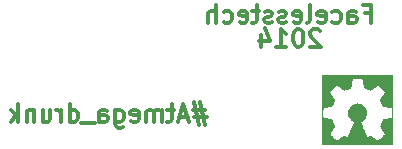
<source format=gbo>
G04 (created by PCBNEW (22-Jun-2014 BZR 4027)-stable) date Sat 20 Dec 2014 16:30:47 GMT*
%MOIN*%
G04 Gerber Fmt 3.4, Leading zero omitted, Abs format*
%FSLAX34Y34*%
G01*
G70*
G90*
G04 APERTURE LIST*
%ADD10C,0.00590551*%
%ADD11C,0.011811*%
%ADD12C,0.0001*%
G04 APERTURE END LIST*
G54D10*
G54D11*
X99733Y-43845D02*
X99312Y-43845D01*
X99565Y-43592D02*
X99733Y-44351D01*
X99368Y-44098D02*
X99790Y-44098D01*
X99537Y-44351D02*
X99368Y-43592D01*
X99143Y-44070D02*
X98862Y-44070D01*
X99199Y-44239D02*
X99002Y-43648D01*
X98805Y-44239D01*
X98693Y-43845D02*
X98468Y-43845D01*
X98609Y-43648D02*
X98609Y-44154D01*
X98580Y-44210D01*
X98524Y-44239D01*
X98468Y-44239D01*
X98271Y-44239D02*
X98271Y-43845D01*
X98271Y-43901D02*
X98243Y-43873D01*
X98187Y-43845D01*
X98102Y-43845D01*
X98046Y-43873D01*
X98018Y-43929D01*
X98018Y-44239D01*
X98018Y-43929D02*
X97990Y-43873D01*
X97934Y-43845D01*
X97849Y-43845D01*
X97793Y-43873D01*
X97765Y-43929D01*
X97765Y-44239D01*
X97259Y-44210D02*
X97315Y-44239D01*
X97428Y-44239D01*
X97484Y-44210D01*
X97512Y-44154D01*
X97512Y-43929D01*
X97484Y-43873D01*
X97428Y-43845D01*
X97315Y-43845D01*
X97259Y-43873D01*
X97231Y-43929D01*
X97231Y-43985D01*
X97512Y-44042D01*
X96724Y-43845D02*
X96724Y-44323D01*
X96753Y-44379D01*
X96781Y-44407D01*
X96837Y-44435D01*
X96921Y-44435D01*
X96978Y-44407D01*
X96724Y-44210D02*
X96781Y-44239D01*
X96893Y-44239D01*
X96949Y-44210D01*
X96978Y-44182D01*
X97006Y-44126D01*
X97006Y-43957D01*
X96978Y-43901D01*
X96949Y-43873D01*
X96893Y-43845D01*
X96781Y-43845D01*
X96724Y-43873D01*
X96190Y-44239D02*
X96190Y-43929D01*
X96218Y-43873D01*
X96275Y-43845D01*
X96387Y-43845D01*
X96443Y-43873D01*
X96190Y-44210D02*
X96246Y-44239D01*
X96387Y-44239D01*
X96443Y-44210D01*
X96471Y-44154D01*
X96471Y-44098D01*
X96443Y-44042D01*
X96387Y-44014D01*
X96246Y-44014D01*
X96190Y-43985D01*
X96050Y-44295D02*
X95600Y-44295D01*
X95206Y-44239D02*
X95206Y-43648D01*
X95206Y-44210D02*
X95262Y-44239D01*
X95375Y-44239D01*
X95431Y-44210D01*
X95459Y-44182D01*
X95487Y-44126D01*
X95487Y-43957D01*
X95459Y-43901D01*
X95431Y-43873D01*
X95375Y-43845D01*
X95262Y-43845D01*
X95206Y-43873D01*
X94925Y-44239D02*
X94925Y-43845D01*
X94925Y-43957D02*
X94897Y-43901D01*
X94868Y-43873D01*
X94812Y-43845D01*
X94756Y-43845D01*
X94306Y-43845D02*
X94306Y-44239D01*
X94559Y-43845D02*
X94559Y-44154D01*
X94531Y-44210D01*
X94475Y-44239D01*
X94390Y-44239D01*
X94334Y-44210D01*
X94306Y-44182D01*
X94025Y-43845D02*
X94025Y-44239D01*
X94025Y-43901D02*
X93997Y-43873D01*
X93940Y-43845D01*
X93856Y-43845D01*
X93800Y-43873D01*
X93772Y-43929D01*
X93772Y-44239D01*
X93491Y-44239D02*
X93491Y-43648D01*
X93434Y-44014D02*
X93266Y-44239D01*
X93266Y-43845D02*
X93491Y-44070D01*
X103562Y-41204D02*
X103534Y-41176D01*
X103478Y-41148D01*
X103337Y-41148D01*
X103281Y-41176D01*
X103253Y-41204D01*
X103224Y-41260D01*
X103224Y-41317D01*
X103253Y-41401D01*
X103590Y-41739D01*
X103224Y-41739D01*
X102859Y-41148D02*
X102803Y-41148D01*
X102746Y-41176D01*
X102718Y-41204D01*
X102690Y-41260D01*
X102662Y-41373D01*
X102662Y-41514D01*
X102690Y-41626D01*
X102718Y-41682D01*
X102746Y-41710D01*
X102803Y-41739D01*
X102859Y-41739D01*
X102915Y-41710D01*
X102943Y-41682D01*
X102971Y-41626D01*
X102999Y-41514D01*
X102999Y-41373D01*
X102971Y-41260D01*
X102943Y-41204D01*
X102915Y-41176D01*
X102859Y-41148D01*
X102100Y-41739D02*
X102437Y-41739D01*
X102268Y-41739D02*
X102268Y-41148D01*
X102325Y-41232D01*
X102381Y-41289D01*
X102437Y-41317D01*
X101593Y-41345D02*
X101593Y-41739D01*
X101734Y-41120D02*
X101875Y-41542D01*
X101509Y-41542D01*
X105066Y-40629D02*
X105263Y-40629D01*
X105263Y-40939D02*
X105263Y-40348D01*
X104982Y-40348D01*
X104504Y-40939D02*
X104504Y-40629D01*
X104532Y-40573D01*
X104588Y-40545D01*
X104701Y-40545D01*
X104757Y-40573D01*
X104504Y-40910D02*
X104560Y-40939D01*
X104701Y-40939D01*
X104757Y-40910D01*
X104785Y-40854D01*
X104785Y-40798D01*
X104757Y-40742D01*
X104701Y-40714D01*
X104560Y-40714D01*
X104504Y-40685D01*
X103970Y-40910D02*
X104026Y-40939D01*
X104138Y-40939D01*
X104195Y-40910D01*
X104223Y-40882D01*
X104251Y-40826D01*
X104251Y-40657D01*
X104223Y-40601D01*
X104195Y-40573D01*
X104138Y-40545D01*
X104026Y-40545D01*
X103970Y-40573D01*
X103492Y-40910D02*
X103548Y-40939D01*
X103660Y-40939D01*
X103717Y-40910D01*
X103745Y-40854D01*
X103745Y-40629D01*
X103717Y-40573D01*
X103660Y-40545D01*
X103548Y-40545D01*
X103492Y-40573D01*
X103463Y-40629D01*
X103463Y-40685D01*
X103745Y-40742D01*
X103126Y-40939D02*
X103182Y-40910D01*
X103210Y-40854D01*
X103210Y-40348D01*
X102676Y-40910D02*
X102732Y-40939D01*
X102845Y-40939D01*
X102901Y-40910D01*
X102929Y-40854D01*
X102929Y-40629D01*
X102901Y-40573D01*
X102845Y-40545D01*
X102732Y-40545D01*
X102676Y-40573D01*
X102648Y-40629D01*
X102648Y-40685D01*
X102929Y-40742D01*
X102423Y-40910D02*
X102367Y-40939D01*
X102254Y-40939D01*
X102198Y-40910D01*
X102170Y-40854D01*
X102170Y-40826D01*
X102198Y-40770D01*
X102254Y-40742D01*
X102339Y-40742D01*
X102395Y-40714D01*
X102423Y-40657D01*
X102423Y-40629D01*
X102395Y-40573D01*
X102339Y-40545D01*
X102254Y-40545D01*
X102198Y-40573D01*
X101945Y-40910D02*
X101889Y-40939D01*
X101776Y-40939D01*
X101720Y-40910D01*
X101692Y-40854D01*
X101692Y-40826D01*
X101720Y-40770D01*
X101776Y-40742D01*
X101861Y-40742D01*
X101917Y-40714D01*
X101945Y-40657D01*
X101945Y-40629D01*
X101917Y-40573D01*
X101861Y-40545D01*
X101776Y-40545D01*
X101720Y-40573D01*
X101523Y-40545D02*
X101298Y-40545D01*
X101439Y-40348D02*
X101439Y-40854D01*
X101411Y-40910D01*
X101354Y-40939D01*
X101298Y-40939D01*
X100876Y-40910D02*
X100933Y-40939D01*
X101045Y-40939D01*
X101101Y-40910D01*
X101129Y-40854D01*
X101129Y-40629D01*
X101101Y-40573D01*
X101045Y-40545D01*
X100933Y-40545D01*
X100876Y-40573D01*
X100848Y-40629D01*
X100848Y-40685D01*
X101129Y-40742D01*
X100342Y-40910D02*
X100398Y-40939D01*
X100511Y-40939D01*
X100567Y-40910D01*
X100595Y-40882D01*
X100623Y-40826D01*
X100623Y-40657D01*
X100595Y-40601D01*
X100567Y-40573D01*
X100511Y-40545D01*
X100398Y-40545D01*
X100342Y-40573D01*
X100089Y-40939D02*
X100089Y-40348D01*
X99836Y-40939D02*
X99836Y-40629D01*
X99864Y-40573D01*
X99920Y-40545D01*
X100005Y-40545D01*
X100061Y-40573D01*
X100089Y-40601D01*
G54D12*
G36*
X105981Y-45031D02*
X105945Y-45031D01*
X105945Y-43996D01*
X105945Y-43949D01*
X105945Y-43901D01*
X105944Y-43863D01*
X105943Y-43835D01*
X105942Y-43815D01*
X105941Y-43802D01*
X105939Y-43795D01*
X105936Y-43792D01*
X105928Y-43790D01*
X105910Y-43786D01*
X105883Y-43781D01*
X105850Y-43774D01*
X105812Y-43767D01*
X105787Y-43762D01*
X105748Y-43755D01*
X105712Y-43748D01*
X105682Y-43742D01*
X105660Y-43737D01*
X105647Y-43734D01*
X105644Y-43733D01*
X105640Y-43726D01*
X105632Y-43710D01*
X105622Y-43686D01*
X105610Y-43659D01*
X105597Y-43628D01*
X105584Y-43598D01*
X105572Y-43569D01*
X105562Y-43544D01*
X105555Y-43525D01*
X105551Y-43514D01*
X105551Y-43513D01*
X105554Y-43504D01*
X105563Y-43489D01*
X105576Y-43468D01*
X105590Y-43448D01*
X105627Y-43395D01*
X105657Y-43350D01*
X105681Y-43315D01*
X105698Y-43289D01*
X105709Y-43270D01*
X105714Y-43259D01*
X105715Y-43257D01*
X105710Y-43250D01*
X105699Y-43236D01*
X105682Y-43217D01*
X105660Y-43194D01*
X105635Y-43169D01*
X105609Y-43142D01*
X105583Y-43116D01*
X105558Y-43091D01*
X105535Y-43069D01*
X105517Y-43052D01*
X105504Y-43042D01*
X105499Y-43038D01*
X105492Y-43042D01*
X105477Y-43051D01*
X105455Y-43065D01*
X105427Y-43084D01*
X105395Y-43105D01*
X105369Y-43123D01*
X105334Y-43146D01*
X105303Y-43167D01*
X105276Y-43185D01*
X105256Y-43198D01*
X105243Y-43206D01*
X105238Y-43208D01*
X105229Y-43205D01*
X105211Y-43199D01*
X105187Y-43190D01*
X105159Y-43178D01*
X105129Y-43166D01*
X105099Y-43153D01*
X105071Y-43140D01*
X105048Y-43130D01*
X105031Y-43121D01*
X105024Y-43116D01*
X105024Y-43116D01*
X105021Y-43108D01*
X105017Y-43090D01*
X105012Y-43063D01*
X105005Y-43030D01*
X104998Y-42992D01*
X104994Y-42971D01*
X104987Y-42932D01*
X104980Y-42895D01*
X104973Y-42864D01*
X104968Y-42840D01*
X104964Y-42825D01*
X104963Y-42822D01*
X104961Y-42818D01*
X104958Y-42814D01*
X104953Y-42812D01*
X104944Y-42810D01*
X104929Y-42809D01*
X104907Y-42808D01*
X104877Y-42808D01*
X104838Y-42808D01*
X104807Y-42808D01*
X104763Y-42808D01*
X104724Y-42809D01*
X104692Y-42810D01*
X104669Y-42811D01*
X104655Y-42813D01*
X104652Y-42814D01*
X104650Y-42821D01*
X104646Y-42839D01*
X104640Y-42865D01*
X104634Y-42897D01*
X104627Y-42936D01*
X104621Y-42967D01*
X104613Y-43008D01*
X104605Y-43045D01*
X104598Y-43076D01*
X104592Y-43101D01*
X104588Y-43116D01*
X104586Y-43121D01*
X104577Y-43126D01*
X104560Y-43134D01*
X104536Y-43145D01*
X104507Y-43157D01*
X104477Y-43169D01*
X104447Y-43181D01*
X104418Y-43191D01*
X104395Y-43199D01*
X104378Y-43205D01*
X104370Y-43206D01*
X104363Y-43202D01*
X104347Y-43192D01*
X104324Y-43177D01*
X104296Y-43158D01*
X104264Y-43136D01*
X104241Y-43121D01*
X104207Y-43098D01*
X104177Y-43077D01*
X104150Y-43060D01*
X104130Y-43047D01*
X104117Y-43040D01*
X104114Y-43038D01*
X104108Y-43042D01*
X104094Y-43054D01*
X104075Y-43072D01*
X104051Y-43095D01*
X104023Y-43122D01*
X104001Y-43144D01*
X103966Y-43179D01*
X103939Y-43207D01*
X103919Y-43229D01*
X103907Y-43244D01*
X103900Y-43254D01*
X103899Y-43260D01*
X103903Y-43268D01*
X103913Y-43285D01*
X103928Y-43308D01*
X103947Y-43336D01*
X103969Y-43369D01*
X103981Y-43387D01*
X104004Y-43421D01*
X104024Y-43452D01*
X104041Y-43478D01*
X104053Y-43498D01*
X104060Y-43511D01*
X104061Y-43514D01*
X104059Y-43522D01*
X104052Y-43540D01*
X104043Y-43564D01*
X104032Y-43592D01*
X104019Y-43623D01*
X104006Y-43653D01*
X103994Y-43682D01*
X103983Y-43705D01*
X103975Y-43723D01*
X103970Y-43731D01*
X103970Y-43731D01*
X103963Y-43734D01*
X103946Y-43738D01*
X103920Y-43744D01*
X103887Y-43750D01*
X103850Y-43758D01*
X103825Y-43762D01*
X103784Y-43770D01*
X103748Y-43777D01*
X103717Y-43783D01*
X103694Y-43788D01*
X103679Y-43791D01*
X103676Y-43792D01*
X103673Y-43799D01*
X103671Y-43816D01*
X103669Y-43841D01*
X103668Y-43872D01*
X103667Y-43907D01*
X103667Y-43945D01*
X103667Y-43982D01*
X103667Y-44018D01*
X103668Y-44050D01*
X103670Y-44076D01*
X103672Y-44094D01*
X103675Y-44103D01*
X103675Y-44103D01*
X103683Y-44105D01*
X103701Y-44110D01*
X103727Y-44116D01*
X103760Y-44122D01*
X103798Y-44130D01*
X103818Y-44133D01*
X103857Y-44141D01*
X103893Y-44148D01*
X103923Y-44155D01*
X103946Y-44160D01*
X103959Y-44165D01*
X103962Y-44166D01*
X103966Y-44174D01*
X103974Y-44191D01*
X103984Y-44215D01*
X103996Y-44244D01*
X104009Y-44275D01*
X104022Y-44307D01*
X104034Y-44337D01*
X104044Y-44363D01*
X104051Y-44383D01*
X104054Y-44395D01*
X104055Y-44397D01*
X104051Y-44403D01*
X104042Y-44419D01*
X104028Y-44441D01*
X104009Y-44469D01*
X103988Y-44500D01*
X103976Y-44518D01*
X103953Y-44551D01*
X103933Y-44581D01*
X103917Y-44607D01*
X103905Y-44627D01*
X103898Y-44640D01*
X103897Y-44642D01*
X103901Y-44649D01*
X103913Y-44662D01*
X103930Y-44681D01*
X103952Y-44704D01*
X103976Y-44730D01*
X104002Y-44757D01*
X104028Y-44783D01*
X104053Y-44808D01*
X104076Y-44830D01*
X104094Y-44847D01*
X104106Y-44858D01*
X104112Y-44861D01*
X104118Y-44858D01*
X104132Y-44849D01*
X104154Y-44835D01*
X104181Y-44817D01*
X104212Y-44796D01*
X104231Y-44783D01*
X104265Y-44760D01*
X104295Y-44740D01*
X104320Y-44724D01*
X104340Y-44712D01*
X104352Y-44705D01*
X104355Y-44704D01*
X104363Y-44707D01*
X104379Y-44714D01*
X104401Y-44725D01*
X104415Y-44732D01*
X104441Y-44745D01*
X104458Y-44753D01*
X104471Y-44753D01*
X104480Y-44745D01*
X104489Y-44728D01*
X104500Y-44701D01*
X104501Y-44698D01*
X104508Y-44681D01*
X104519Y-44655D01*
X104533Y-44621D01*
X104549Y-44581D01*
X104567Y-44537D01*
X104587Y-44490D01*
X104599Y-44460D01*
X104618Y-44415D01*
X104635Y-44372D01*
X104650Y-44335D01*
X104663Y-44304D01*
X104672Y-44280D01*
X104677Y-44264D01*
X104679Y-44259D01*
X104674Y-44252D01*
X104662Y-44240D01*
X104644Y-44225D01*
X104636Y-44219D01*
X104586Y-44177D01*
X104547Y-44133D01*
X104519Y-44086D01*
X104501Y-44034D01*
X104492Y-43977D01*
X104491Y-43946D01*
X104497Y-43884D01*
X104513Y-43827D01*
X104541Y-43775D01*
X104580Y-43728D01*
X104594Y-43715D01*
X104643Y-43678D01*
X104696Y-43653D01*
X104752Y-43638D01*
X104809Y-43633D01*
X104866Y-43639D01*
X104921Y-43654D01*
X104973Y-43681D01*
X105020Y-43717D01*
X105036Y-43733D01*
X105075Y-43781D01*
X105102Y-43833D01*
X105118Y-43889D01*
X105123Y-43949D01*
X105123Y-43950D01*
X105117Y-44012D01*
X105101Y-44068D01*
X105073Y-44121D01*
X105034Y-44169D01*
X104984Y-44214D01*
X104971Y-44224D01*
X104953Y-44238D01*
X104940Y-44250D01*
X104933Y-44258D01*
X104933Y-44259D01*
X104935Y-44267D01*
X104942Y-44284D01*
X104951Y-44308D01*
X104962Y-44335D01*
X104963Y-44339D01*
X104973Y-44363D01*
X104987Y-44397D01*
X105004Y-44437D01*
X105023Y-44482D01*
X105042Y-44529D01*
X105062Y-44576D01*
X105063Y-44580D01*
X105081Y-44622D01*
X105097Y-44661D01*
X105112Y-44695D01*
X105124Y-44723D01*
X105133Y-44743D01*
X105138Y-44753D01*
X105139Y-44754D01*
X105146Y-44754D01*
X105162Y-44749D01*
X105184Y-44739D01*
X105198Y-44732D01*
X105222Y-44720D01*
X105242Y-44711D01*
X105255Y-44705D01*
X105259Y-44704D01*
X105266Y-44707D01*
X105282Y-44716D01*
X105304Y-44731D01*
X105331Y-44749D01*
X105362Y-44769D01*
X105372Y-44776D01*
X105404Y-44798D01*
X105433Y-44818D01*
X105459Y-44835D01*
X105477Y-44847D01*
X105489Y-44854D01*
X105490Y-44855D01*
X105495Y-44857D01*
X105500Y-44857D01*
X105507Y-44853D01*
X105517Y-44846D01*
X105531Y-44833D01*
X105551Y-44815D01*
X105576Y-44791D01*
X105609Y-44758D01*
X105609Y-44758D01*
X105640Y-44726D01*
X105667Y-44698D01*
X105689Y-44674D01*
X105705Y-44656D01*
X105713Y-44645D01*
X105715Y-44642D01*
X105711Y-44634D01*
X105702Y-44617D01*
X105688Y-44594D01*
X105669Y-44566D01*
X105648Y-44534D01*
X105636Y-44516D01*
X105613Y-44483D01*
X105593Y-44453D01*
X105577Y-44429D01*
X105565Y-44410D01*
X105558Y-44399D01*
X105557Y-44397D01*
X105559Y-44389D01*
X105565Y-44372D01*
X105574Y-44349D01*
X105586Y-44321D01*
X105598Y-44290D01*
X105611Y-44258D01*
X105623Y-44229D01*
X105634Y-44203D01*
X105643Y-44183D01*
X105649Y-44171D01*
X105650Y-44169D01*
X105655Y-44165D01*
X105666Y-44161D01*
X105683Y-44156D01*
X105707Y-44150D01*
X105741Y-44143D01*
X105783Y-44135D01*
X105836Y-44125D01*
X105869Y-44119D01*
X105894Y-44115D01*
X105916Y-44111D01*
X105931Y-44107D01*
X105934Y-44107D01*
X105937Y-44105D01*
X105940Y-44101D01*
X105942Y-44093D01*
X105943Y-44080D01*
X105944Y-44060D01*
X105944Y-44033D01*
X105945Y-43996D01*
X105945Y-45031D01*
X104800Y-45031D01*
X103619Y-45031D01*
X103619Y-43850D01*
X103619Y-42669D01*
X104800Y-42669D01*
X105981Y-42669D01*
X105981Y-43850D01*
X105981Y-45031D01*
X105981Y-45031D01*
X105981Y-45031D01*
G37*
M02*

</source>
